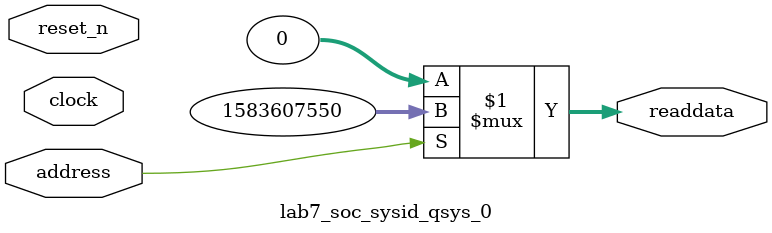
<source format=v>



// synthesis translate_off
`timescale 1ns / 1ps
// synthesis translate_on

// turn off superfluous verilog processor warnings 
// altera message_level Level1 
// altera message_off 10034 10035 10036 10037 10230 10240 10030 

module lab7_soc_sysid_qsys_0 (
               // inputs:
                address,
                clock,
                reset_n,

               // outputs:
                readdata
             )
;

  output  [ 31: 0] readdata;
  input            address;
  input            clock;
  input            reset_n;

  wire    [ 31: 0] readdata;
  //control_slave, which is an e_avalon_slave
  assign readdata = address ? 1583607550 : 0;

endmodule



</source>
